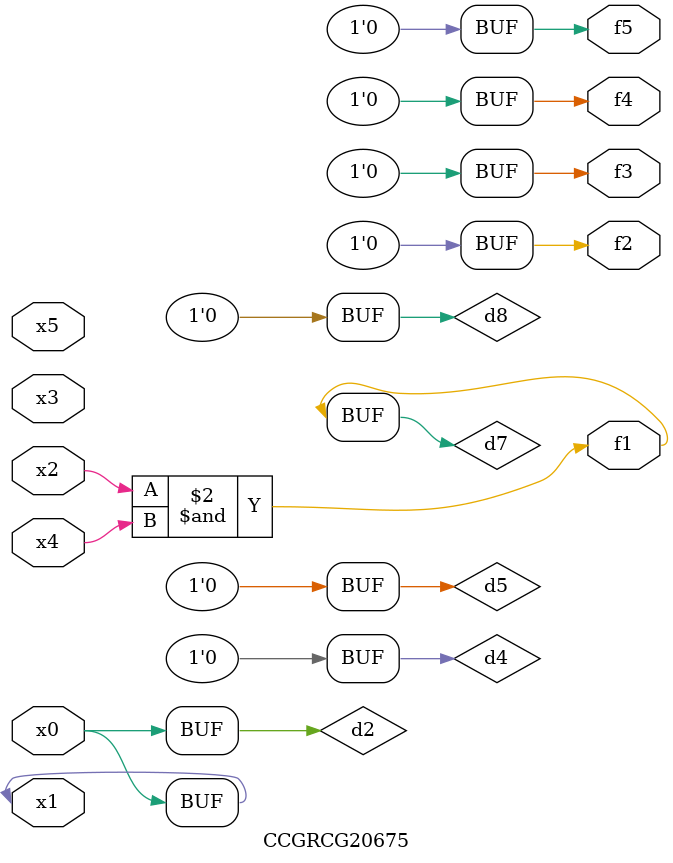
<source format=v>
module CCGRCG20675(
	input x0, x1, x2, x3, x4, x5,
	output f1, f2, f3, f4, f5
);

	wire d1, d2, d3, d4, d5, d6, d7, d8, d9;

	nand (d1, x1);
	buf (d2, x0, x1);
	nand (d3, x2, x4);
	and (d4, d1, d2);
	and (d5, d1, d2);
	nand (d6, d1, d3);
	not (d7, d3);
	xor (d8, d5);
	nor (d9, d5, d6);
	assign f1 = d7;
	assign f2 = d8;
	assign f3 = d8;
	assign f4 = d8;
	assign f5 = d8;
endmodule

</source>
